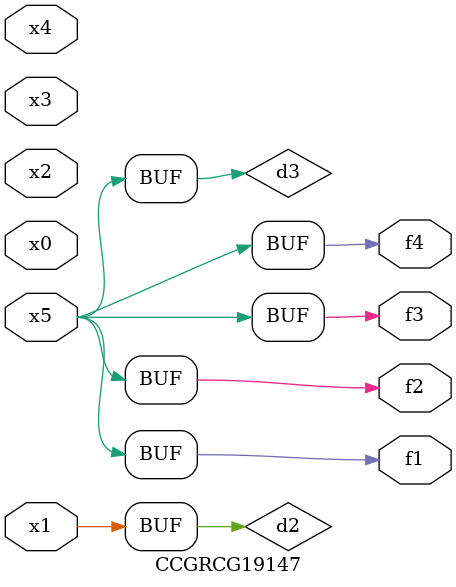
<source format=v>
module CCGRCG19147(
	input x0, x1, x2, x3, x4, x5,
	output f1, f2, f3, f4
);

	wire d1, d2, d3;

	not (d1, x5);
	or (d2, x1);
	xnor (d3, d1);
	assign f1 = d3;
	assign f2 = d3;
	assign f3 = d3;
	assign f4 = d3;
endmodule

</source>
